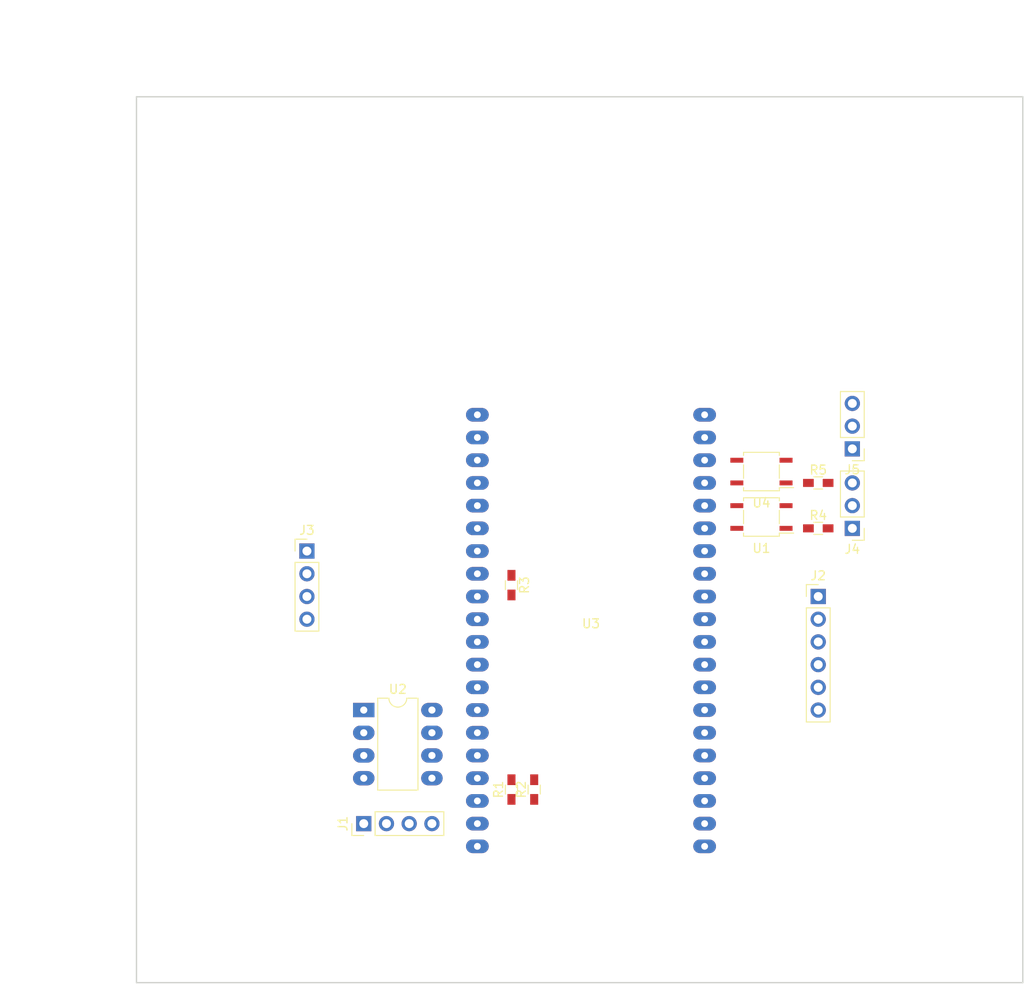
<source format=kicad_pcb>
(kicad_pcb (version 4) (host pcbnew 4.0.7)

  (general
    (links 44)
    (no_connects 44)
    (area 30.250001 25.24 144.855001 134.695001)
    (thickness 1.6)
    (drawings 6)
    (tracks 0)
    (zones 0)
    (modules 14)
    (nets 20)
  )

  (page A4)
  (layers
    (0 F.Cu signal)
    (31 B.Cu signal)
    (32 B.Adhes user)
    (33 F.Adhes user)
    (34 B.Paste user)
    (35 F.Paste user)
    (36 B.SilkS user)
    (37 F.SilkS user)
    (38 B.Mask user)
    (39 F.Mask user)
    (40 Dwgs.User user)
    (41 Cmts.User user)
    (42 Eco1.User user)
    (43 Eco2.User user)
    (44 Edge.Cuts user)
    (45 Margin user)
    (46 B.CrtYd user)
    (47 F.CrtYd user)
    (48 B.Fab user)
    (49 F.Fab user)
  )

  (setup
    (last_trace_width 0.25)
    (trace_clearance 0.2)
    (zone_clearance 0.508)
    (zone_45_only no)
    (trace_min 0.2)
    (segment_width 0.2)
    (edge_width 0.15)
    (via_size 0.6)
    (via_drill 0.4)
    (via_min_size 0.4)
    (via_min_drill 0.3)
    (uvia_size 0.3)
    (uvia_drill 0.1)
    (uvias_allowed no)
    (uvia_min_size 0.2)
    (uvia_min_drill 0.1)
    (pcb_text_width 0.3)
    (pcb_text_size 1.5 1.5)
    (mod_edge_width 0.15)
    (mod_text_size 1 1)
    (mod_text_width 0.15)
    (pad_size 1.524 1.524)
    (pad_drill 0.762)
    (pad_to_mask_clearance 0.2)
    (aux_axis_origin 0 0)
    (visible_elements 7FFFFFFF)
    (pcbplotparams
      (layerselection 0x00030_80000001)
      (usegerberextensions false)
      (excludeedgelayer true)
      (linewidth 0.100000)
      (plotframeref false)
      (viasonmask false)
      (mode 1)
      (useauxorigin false)
      (hpglpennumber 1)
      (hpglpenspeed 20)
      (hpglpendiameter 15)
      (hpglpenoverlay 2)
      (psnegative false)
      (psa4output false)
      (plotreference true)
      (plotvalue true)
      (plotinvisibletext false)
      (padsonsilk false)
      (subtractmaskfromsilk false)
      (outputformat 1)
      (mirror false)
      (drillshape 1)
      (scaleselection 1)
      (outputdirectory ""))
  )

  (net 0 "")
  (net 1 /EEPROM/SCL)
  (net 2 /EEPROM/SDA)
  (net 3 +5V)
  (net 4 GND)
  (net 5 +3V3)
  (net 6 "Net-(R3-Pad2)")
  (net 7 /MCU/MISO)
  (net 8 /MCU/SCK)
  (net 9 /MCU/MOSI)
  (net 10 /MCU/CS)
  (net 11 "Net-(J3-Pad2)")
  (net 12 "Net-(J4-Pad1)")
  (net 13 "Net-(J4-Pad2)")
  (net 14 "Net-(J5-Pad1)")
  (net 15 "Net-(J5-Pad2)")
  (net 16 "Net-(R4-Pad1)")
  (net 17 "Net-(R5-Pad1)")
  (net 18 /MCU/LOOP_I)
  (net 19 /MCU/LOOP_O)

  (net_class Default "This is the default net class."
    (clearance 0.2)
    (trace_width 0.25)
    (via_dia 0.6)
    (via_drill 0.4)
    (uvia_dia 0.3)
    (uvia_drill 0.1)
    (add_net +3V3)
    (add_net +5V)
    (add_net /EEPROM/SCL)
    (add_net /EEPROM/SDA)
    (add_net /MCU/CS)
    (add_net /MCU/LOOP_I)
    (add_net /MCU/LOOP_O)
    (add_net /MCU/MISO)
    (add_net /MCU/MOSI)
    (add_net /MCU/SCK)
    (add_net GND)
    (add_net "Net-(J3-Pad2)")
    (add_net "Net-(J4-Pad1)")
    (add_net "Net-(J4-Pad2)")
    (add_net "Net-(J5-Pad1)")
    (add_net "Net-(J5-Pad2)")
    (add_net "Net-(R3-Pad2)")
    (add_net "Net-(R4-Pad1)")
    (add_net "Net-(R5-Pad1)")
  )

  (module Pin_Headers:Pin_Header_Straight_1x04_Pitch2.54mm (layer F.Cu) (tedit 59650532) (tstamp 5A5F5645)
    (at 71.12 116.84 90)
    (descr "Through hole straight pin header, 1x04, 2.54mm pitch, single row")
    (tags "Through hole pin header THT 1x04 2.54mm single row")
    (path /5A5F2F24/5A5F4665)
    (fp_text reference J1 (at 0 -2.33 90) (layer F.SilkS)
      (effects (font (size 1 1) (thickness 0.15)))
    )
    (fp_text value LCD (at 0 9.95 90) (layer F.Fab)
      (effects (font (size 1 1) (thickness 0.15)))
    )
    (fp_line (start -0.635 -1.27) (end 1.27 -1.27) (layer F.Fab) (width 0.1))
    (fp_line (start 1.27 -1.27) (end 1.27 8.89) (layer F.Fab) (width 0.1))
    (fp_line (start 1.27 8.89) (end -1.27 8.89) (layer F.Fab) (width 0.1))
    (fp_line (start -1.27 8.89) (end -1.27 -0.635) (layer F.Fab) (width 0.1))
    (fp_line (start -1.27 -0.635) (end -0.635 -1.27) (layer F.Fab) (width 0.1))
    (fp_line (start -1.33 8.95) (end 1.33 8.95) (layer F.SilkS) (width 0.12))
    (fp_line (start -1.33 1.27) (end -1.33 8.95) (layer F.SilkS) (width 0.12))
    (fp_line (start 1.33 1.27) (end 1.33 8.95) (layer F.SilkS) (width 0.12))
    (fp_line (start -1.33 1.27) (end 1.33 1.27) (layer F.SilkS) (width 0.12))
    (fp_line (start -1.33 0) (end -1.33 -1.33) (layer F.SilkS) (width 0.12))
    (fp_line (start -1.33 -1.33) (end 0 -1.33) (layer F.SilkS) (width 0.12))
    (fp_line (start -1.8 -1.8) (end -1.8 9.4) (layer F.CrtYd) (width 0.05))
    (fp_line (start -1.8 9.4) (end 1.8 9.4) (layer F.CrtYd) (width 0.05))
    (fp_line (start 1.8 9.4) (end 1.8 -1.8) (layer F.CrtYd) (width 0.05))
    (fp_line (start 1.8 -1.8) (end -1.8 -1.8) (layer F.CrtYd) (width 0.05))
    (fp_text user %R (at 0 3.81 180) (layer F.Fab)
      (effects (font (size 1 1) (thickness 0.15)))
    )
    (pad 1 thru_hole rect (at 0 0 90) (size 1.7 1.7) (drill 1) (layers *.Cu *.Mask)
      (net 1 /EEPROM/SCL))
    (pad 2 thru_hole oval (at 0 2.54 90) (size 1.7 1.7) (drill 1) (layers *.Cu *.Mask)
      (net 2 /EEPROM/SDA))
    (pad 3 thru_hole oval (at 0 5.08 90) (size 1.7 1.7) (drill 1) (layers *.Cu *.Mask)
      (net 3 +5V))
    (pad 4 thru_hole oval (at 0 7.62 90) (size 1.7 1.7) (drill 1) (layers *.Cu *.Mask)
      (net 4 GND))
    (model ${KISYS3DMOD}/Pin_Headers.3dshapes/Pin_Header_Straight_1x04_Pitch2.54mm.wrl
      (at (xyz 0 0 0))
      (scale (xyz 1 1 1))
      (rotate (xyz 0 0 0))
    )
  )

  (module Pin_Headers:Pin_Header_Straight_1x06_Pitch2.54mm (layer F.Cu) (tedit 59650532) (tstamp 5A5F564F)
    (at 121.92 91.44)
    (descr "Through hole straight pin header, 1x06, 2.54mm pitch, single row")
    (tags "Through hole pin header THT 1x06 2.54mm single row")
    (path /5A5F2F24/5A5F3136)
    (fp_text reference J2 (at 0 -2.33) (layer F.SilkS)
      (effects (font (size 1 1) (thickness 0.15)))
    )
    (fp_text value "SD Card" (at 0 15.03) (layer F.Fab)
      (effects (font (size 1 1) (thickness 0.15)))
    )
    (fp_line (start -0.635 -1.27) (end 1.27 -1.27) (layer F.Fab) (width 0.1))
    (fp_line (start 1.27 -1.27) (end 1.27 13.97) (layer F.Fab) (width 0.1))
    (fp_line (start 1.27 13.97) (end -1.27 13.97) (layer F.Fab) (width 0.1))
    (fp_line (start -1.27 13.97) (end -1.27 -0.635) (layer F.Fab) (width 0.1))
    (fp_line (start -1.27 -0.635) (end -0.635 -1.27) (layer F.Fab) (width 0.1))
    (fp_line (start -1.33 14.03) (end 1.33 14.03) (layer F.SilkS) (width 0.12))
    (fp_line (start -1.33 1.27) (end -1.33 14.03) (layer F.SilkS) (width 0.12))
    (fp_line (start 1.33 1.27) (end 1.33 14.03) (layer F.SilkS) (width 0.12))
    (fp_line (start -1.33 1.27) (end 1.33 1.27) (layer F.SilkS) (width 0.12))
    (fp_line (start -1.33 0) (end -1.33 -1.33) (layer F.SilkS) (width 0.12))
    (fp_line (start -1.33 -1.33) (end 0 -1.33) (layer F.SilkS) (width 0.12))
    (fp_line (start -1.8 -1.8) (end -1.8 14.5) (layer F.CrtYd) (width 0.05))
    (fp_line (start -1.8 14.5) (end 1.8 14.5) (layer F.CrtYd) (width 0.05))
    (fp_line (start 1.8 14.5) (end 1.8 -1.8) (layer F.CrtYd) (width 0.05))
    (fp_line (start 1.8 -1.8) (end -1.8 -1.8) (layer F.CrtYd) (width 0.05))
    (fp_text user %R (at 0 6.35 90) (layer F.Fab)
      (effects (font (size 1 1) (thickness 0.15)))
    )
    (pad 1 thru_hole rect (at 0 0) (size 1.7 1.7) (drill 1) (layers *.Cu *.Mask)
      (net 4 GND))
    (pad 2 thru_hole oval (at 0 2.54) (size 1.7 1.7) (drill 1) (layers *.Cu *.Mask)
      (net 7 /MCU/MISO))
    (pad 3 thru_hole oval (at 0 5.08) (size 1.7 1.7) (drill 1) (layers *.Cu *.Mask)
      (net 8 /MCU/SCK))
    (pad 4 thru_hole oval (at 0 7.62) (size 1.7 1.7) (drill 1) (layers *.Cu *.Mask)
      (net 9 /MCU/MOSI))
    (pad 5 thru_hole oval (at 0 10.16) (size 1.7 1.7) (drill 1) (layers *.Cu *.Mask)
      (net 10 /MCU/CS))
    (pad 6 thru_hole oval (at 0 12.7) (size 1.7 1.7) (drill 1) (layers *.Cu *.Mask)
      (net 3 +5V))
    (model ${KISYS3DMOD}/Pin_Headers.3dshapes/Pin_Header_Straight_1x06_Pitch2.54mm.wrl
      (at (xyz 0 0 0))
      (scale (xyz 1 1 1))
      (rotate (xyz 0 0 0))
    )
  )

  (module Resistors_SMD:R_0603_HandSoldering (layer F.Cu) (tedit 5A5F56DE) (tstamp 5A5F5655)
    (at 87.63 113.03 90)
    (descr "Resistor SMD 0603, hand soldering")
    (tags "resistor 0603")
    (path /5A5F2F24/5A5F4570)
    (attr smd)
    (fp_text reference R1 (at 0 -1.45 90) (layer F.SilkS)
      (effects (font (size 1 1) (thickness 0.15)))
    )
    (fp_text value R_Small (at 0 1.55 90) (layer F.Fab)
      (effects (font (size 1 1) (thickness 0.15)))
    )
    (fp_text user %R (at 0 0 180) (layer F.Fab)
      (effects (font (size 0.4 0.4) (thickness 0.075)))
    )
    (fp_line (start -0.8 0.4) (end -0.8 -0.4) (layer F.Fab) (width 0.1))
    (fp_line (start 0.8 0.4) (end -0.8 0.4) (layer F.Fab) (width 0.1))
    (fp_line (start 0.8 -0.4) (end 0.8 0.4) (layer F.Fab) (width 0.1))
    (fp_line (start -0.8 -0.4) (end 0.8 -0.4) (layer F.Fab) (width 0.1))
    (fp_line (start 0.5 0.68) (end -0.5 0.68) (layer F.SilkS) (width 0.12))
    (fp_line (start -0.5 -0.68) (end 0.5 -0.68) (layer F.SilkS) (width 0.12))
    (fp_line (start -1.96 -0.7) (end 1.95 -0.7) (layer F.CrtYd) (width 0.05))
    (fp_line (start -1.96 -0.7) (end -1.96 0.7) (layer F.CrtYd) (width 0.05))
    (fp_line (start 1.95 0.7) (end 1.95 -0.7) (layer F.CrtYd) (width 0.05))
    (fp_line (start 1.95 0.7) (end -1.96 0.7) (layer F.CrtYd) (width 0.05))
    (pad 1 smd rect (at -1.1 0 90) (size 1.2 0.9) (layers F.Cu F.Paste F.Mask)
      (net 3 +5V))
    (pad 2 smd rect (at 1.1 0 90) (size 1.2 0.9) (layers F.Cu F.Paste F.Mask)
      (net 2 /EEPROM/SDA))
    (model ${KISYS3DMOD}/Resistors_SMD.3dshapes/R_0603.wrl
      (at (xyz 0 0 0))
      (scale (xyz 1 1 1))
      (rotate (xyz 0 0 0))
    )
  )

  (module Resistors_SMD:R_0603_HandSoldering (layer F.Cu) (tedit 58E0A804) (tstamp 5A5F565B)
    (at 90.17 113.03 90)
    (descr "Resistor SMD 0603, hand soldering")
    (tags "resistor 0603")
    (path /5A5F2F24/5A5F44ED)
    (attr smd)
    (fp_text reference R2 (at 0 -1.45 90) (layer F.SilkS)
      (effects (font (size 1 1) (thickness 0.15)))
    )
    (fp_text value R_Small (at 0 1.55 90) (layer F.Fab)
      (effects (font (size 1 1) (thickness 0.15)))
    )
    (fp_text user %R (at 0 0 90) (layer F.Fab)
      (effects (font (size 0.4 0.4) (thickness 0.075)))
    )
    (fp_line (start -0.8 0.4) (end -0.8 -0.4) (layer F.Fab) (width 0.1))
    (fp_line (start 0.8 0.4) (end -0.8 0.4) (layer F.Fab) (width 0.1))
    (fp_line (start 0.8 -0.4) (end 0.8 0.4) (layer F.Fab) (width 0.1))
    (fp_line (start -0.8 -0.4) (end 0.8 -0.4) (layer F.Fab) (width 0.1))
    (fp_line (start 0.5 0.68) (end -0.5 0.68) (layer F.SilkS) (width 0.12))
    (fp_line (start -0.5 -0.68) (end 0.5 -0.68) (layer F.SilkS) (width 0.12))
    (fp_line (start -1.96 -0.7) (end 1.95 -0.7) (layer F.CrtYd) (width 0.05))
    (fp_line (start -1.96 -0.7) (end -1.96 0.7) (layer F.CrtYd) (width 0.05))
    (fp_line (start 1.95 0.7) (end 1.95 -0.7) (layer F.CrtYd) (width 0.05))
    (fp_line (start 1.95 0.7) (end -1.96 0.7) (layer F.CrtYd) (width 0.05))
    (pad 1 smd rect (at -1.1 0 90) (size 1.2 0.9) (layers F.Cu F.Paste F.Mask)
      (net 3 +5V))
    (pad 2 smd rect (at 1.1 0 90) (size 1.2 0.9) (layers F.Cu F.Paste F.Mask)
      (net 1 /EEPROM/SCL))
    (model ${KISYS3DMOD}/Resistors_SMD.3dshapes/R_0603.wrl
      (at (xyz 0 0 0))
      (scale (xyz 1 1 1))
      (rotate (xyz 0 0 0))
    )
  )

  (module Resistors_SMD:R_0603_HandSoldering (layer F.Cu) (tedit 58E0A804) (tstamp 5A5F5661)
    (at 87.63 90.17 270)
    (descr "Resistor SMD 0603, hand soldering")
    (tags "resistor 0603")
    (path /5A5F2F24/5A5F3155)
    (attr smd)
    (fp_text reference R3 (at 0 -1.45 270) (layer F.SilkS)
      (effects (font (size 1 1) (thickness 0.15)))
    )
    (fp_text value R_Small (at 0 1.55 270) (layer F.Fab)
      (effects (font (size 1 1) (thickness 0.15)))
    )
    (fp_text user %R (at 0 0 270) (layer F.Fab)
      (effects (font (size 0.4 0.4) (thickness 0.075)))
    )
    (fp_line (start -0.8 0.4) (end -0.8 -0.4) (layer F.Fab) (width 0.1))
    (fp_line (start 0.8 0.4) (end -0.8 0.4) (layer F.Fab) (width 0.1))
    (fp_line (start 0.8 -0.4) (end 0.8 0.4) (layer F.Fab) (width 0.1))
    (fp_line (start -0.8 -0.4) (end 0.8 -0.4) (layer F.Fab) (width 0.1))
    (fp_line (start 0.5 0.68) (end -0.5 0.68) (layer F.SilkS) (width 0.12))
    (fp_line (start -0.5 -0.68) (end 0.5 -0.68) (layer F.SilkS) (width 0.12))
    (fp_line (start -1.96 -0.7) (end 1.95 -0.7) (layer F.CrtYd) (width 0.05))
    (fp_line (start -1.96 -0.7) (end -1.96 0.7) (layer F.CrtYd) (width 0.05))
    (fp_line (start 1.95 0.7) (end 1.95 -0.7) (layer F.CrtYd) (width 0.05))
    (fp_line (start 1.95 0.7) (end -1.96 0.7) (layer F.CrtYd) (width 0.05))
    (pad 1 smd rect (at -1.1 0 270) (size 1.2 0.9) (layers F.Cu F.Paste F.Mask)
      (net 5 +3V3))
    (pad 2 smd rect (at 1.1 0 270) (size 1.2 0.9) (layers F.Cu F.Paste F.Mask)
      (net 6 "Net-(R3-Pad2)"))
    (model ${KISYS3DMOD}/Resistors_SMD.3dshapes/R_0603.wrl
      (at (xyz 0 0 0))
      (scale (xyz 1 1 1))
      (rotate (xyz 0 0 0))
    )
  )

  (module Housings_DIP:DIP-8_W7.62mm_LongPads (layer F.Cu) (tedit 59C78D6B) (tstamp 5A5F566D)
    (at 71.12 104.14)
    (descr "8-lead though-hole mounted DIP package, row spacing 7.62 mm (300 mils), LongPads")
    (tags "THT DIP DIL PDIP 2.54mm 7.62mm 300mil LongPads")
    (path /5A5F2F18/5A5F322C)
    (fp_text reference U2 (at 3.81 -2.33) (layer F.SilkS)
      (effects (font (size 1 1) (thickness 0.15)))
    )
    (fp_text value 24LC512 (at 3.81 9.95) (layer F.Fab)
      (effects (font (size 1 1) (thickness 0.15)))
    )
    (fp_arc (start 3.81 -1.33) (end 2.81 -1.33) (angle -180) (layer F.SilkS) (width 0.12))
    (fp_line (start 1.635 -1.27) (end 6.985 -1.27) (layer F.Fab) (width 0.1))
    (fp_line (start 6.985 -1.27) (end 6.985 8.89) (layer F.Fab) (width 0.1))
    (fp_line (start 6.985 8.89) (end 0.635 8.89) (layer F.Fab) (width 0.1))
    (fp_line (start 0.635 8.89) (end 0.635 -0.27) (layer F.Fab) (width 0.1))
    (fp_line (start 0.635 -0.27) (end 1.635 -1.27) (layer F.Fab) (width 0.1))
    (fp_line (start 2.81 -1.33) (end 1.56 -1.33) (layer F.SilkS) (width 0.12))
    (fp_line (start 1.56 -1.33) (end 1.56 8.95) (layer F.SilkS) (width 0.12))
    (fp_line (start 1.56 8.95) (end 6.06 8.95) (layer F.SilkS) (width 0.12))
    (fp_line (start 6.06 8.95) (end 6.06 -1.33) (layer F.SilkS) (width 0.12))
    (fp_line (start 6.06 -1.33) (end 4.81 -1.33) (layer F.SilkS) (width 0.12))
    (fp_line (start -1.45 -1.55) (end -1.45 9.15) (layer F.CrtYd) (width 0.05))
    (fp_line (start -1.45 9.15) (end 9.1 9.15) (layer F.CrtYd) (width 0.05))
    (fp_line (start 9.1 9.15) (end 9.1 -1.55) (layer F.CrtYd) (width 0.05))
    (fp_line (start 9.1 -1.55) (end -1.45 -1.55) (layer F.CrtYd) (width 0.05))
    (fp_text user %R (at 3.81 3.81) (layer F.Fab)
      (effects (font (size 1 1) (thickness 0.15)))
    )
    (pad 1 thru_hole rect (at 0 0) (size 2.4 1.6) (drill 0.8) (layers *.Cu *.Mask)
      (net 4 GND))
    (pad 5 thru_hole oval (at 7.62 7.62) (size 2.4 1.6) (drill 0.8) (layers *.Cu *.Mask)
      (net 2 /EEPROM/SDA))
    (pad 2 thru_hole oval (at 0 2.54) (size 2.4 1.6) (drill 0.8) (layers *.Cu *.Mask)
      (net 4 GND))
    (pad 6 thru_hole oval (at 7.62 5.08) (size 2.4 1.6) (drill 0.8) (layers *.Cu *.Mask)
      (net 1 /EEPROM/SCL))
    (pad 3 thru_hole oval (at 0 5.08) (size 2.4 1.6) (drill 0.8) (layers *.Cu *.Mask)
      (net 4 GND))
    (pad 7 thru_hole oval (at 7.62 2.54) (size 2.4 1.6) (drill 0.8) (layers *.Cu *.Mask)
      (net 4 GND))
    (pad 4 thru_hole oval (at 0 7.62) (size 2.4 1.6) (drill 0.8) (layers *.Cu *.Mask)
      (net 4 GND))
    (pad 8 thru_hole oval (at 7.62 0) (size 2.4 1.6) (drill 0.8) (layers *.Cu *.Mask)
      (net 3 +5V))
    (model ${KISYS3DMOD}/Housings_DIP.3dshapes/DIP-8_W7.62mm.wrl
      (at (xyz 0 0 0))
      (scale (xyz 1 1 1))
      (rotate (xyz 0 0 0))
    )
  )

  (module bluepill:bluepill (layer F.Cu) (tedit 5A5F45FA) (tstamp 5A5F5699)
    (at 96.52 93.98)
    (tags BluePill)
    (path /5A5F2F24/5A5F312F)
    (fp_text reference U3 (at 0 0.5) (layer F.SilkS)
      (effects (font (size 1 1) (thickness 0.15)))
    )
    (fp_text value bluepill (at 0 -0.5) (layer F.Fab)
      (effects (font (size 1 1) (thickness 0.15)))
    )
    (pad 1 thru_hole oval (at -12.7 -22.86) (size 2.54 1.524) (drill 0.762) (layers *.Cu *.Mask))
    (pad 2 thru_hole oval (at -12.7 -20.32) (size 2.54 1.524) (drill 0.762) (layers *.Cu *.Mask))
    (pad 3 thru_hole oval (at -12.7 -17.78) (size 2.54 1.524) (drill 0.762) (layers *.Cu *.Mask))
    (pad 4 thru_hole oval (at -12.7 -15.24) (size 2.54 1.524) (drill 0.762) (layers *.Cu *.Mask))
    (pad 5 thru_hole oval (at -12.7 -12.7) (size 2.54 1.524) (drill 0.762) (layers *.Cu *.Mask)
      (net 11 "Net-(J3-Pad2)"))
    (pad 6 thru_hole oval (at -12.7 -10.16) (size 2.54 1.524) (drill 0.762) (layers *.Cu *.Mask)
      (net 11 "Net-(J3-Pad2)"))
    (pad 7 thru_hole oval (at -12.7 -7.62) (size 2.54 1.524) (drill 0.762) (layers *.Cu *.Mask))
    (pad 8 thru_hole oval (at -12.7 -5.08) (size 2.54 1.524) (drill 0.762) (layers *.Cu *.Mask))
    (pad 9 thru_hole oval (at -12.7 -2.54) (size 2.54 1.524) (drill 0.762) (layers *.Cu *.Mask)
      (net 6 "Net-(R3-Pad2)"))
    (pad 10 thru_hole oval (at -12.7 0) (size 2.54 1.524) (drill 0.762) (layers *.Cu *.Mask))
    (pad 11 thru_hole oval (at -12.7 2.54) (size 2.54 1.524) (drill 0.762) (layers *.Cu *.Mask))
    (pad 12 thru_hole oval (at -12.7 5.08) (size 2.54 1.524) (drill 0.762) (layers *.Cu *.Mask))
    (pad 13 thru_hole oval (at -12.7 7.62) (size 2.54 1.524) (drill 0.762) (layers *.Cu *.Mask))
    (pad 14 thru_hole oval (at -12.7 10.16) (size 2.54 1.524) (drill 0.762) (layers *.Cu *.Mask))
    (pad 15 thru_hole oval (at -12.7 12.7) (size 2.54 1.524) (drill 0.762) (layers *.Cu *.Mask))
    (pad 16 thru_hole oval (at -12.7 15.24) (size 2.54 1.524) (drill 0.762) (layers *.Cu *.Mask)
      (net 1 /EEPROM/SCL))
    (pad 17 thru_hole oval (at -12.7 17.78) (size 2.54 1.524) (drill 0.762) (layers *.Cu *.Mask)
      (net 2 /EEPROM/SDA))
    (pad 18 thru_hole oval (at -12.7 20.32) (size 2.54 1.524) (drill 0.762) (layers *.Cu *.Mask)
      (net 3 +5V))
    (pad 19 thru_hole oval (at -12.7 22.86) (size 2.54 1.524) (drill 0.762) (layers *.Cu *.Mask)
      (net 4 GND))
    (pad 20 thru_hole oval (at -12.7 25.4) (size 2.54 1.524) (drill 0.762) (layers *.Cu *.Mask)
      (net 5 +3V3))
    (pad 21 thru_hole oval (at 12.7 25.4) (size 2.54 1.524) (drill 0.762) (layers *.Cu *.Mask))
    (pad 22 thru_hole oval (at 12.7 22.86) (size 2.54 1.524) (drill 0.762) (layers *.Cu *.Mask))
    (pad 23 thru_hole oval (at 12.7 20.32) (size 2.54 1.524) (drill 0.762) (layers *.Cu *.Mask))
    (pad 24 thru_hole oval (at 12.7 17.78) (size 2.54 1.524) (drill 0.762) (layers *.Cu *.Mask))
    (pad 25 thru_hole oval (at 12.7 15.24) (size 2.54 1.524) (drill 0.762) (layers *.Cu *.Mask))
    (pad 26 thru_hole oval (at 12.7 12.7) (size 2.54 1.524) (drill 0.762) (layers *.Cu *.Mask))
    (pad 27 thru_hole oval (at 12.7 10.16) (size 2.54 1.524) (drill 0.762) (layers *.Cu *.Mask))
    (pad 28 thru_hole oval (at 12.7 7.62) (size 2.54 1.524) (drill 0.762) (layers *.Cu *.Mask))
    (pad 29 thru_hole oval (at 12.7 5.08) (size 2.54 1.524) (drill 0.762) (layers *.Cu *.Mask)
      (net 10 /MCU/CS))
    (pad 30 thru_hole oval (at 12.7 2.54) (size 2.54 1.524) (drill 0.762) (layers *.Cu *.Mask)
      (net 8 /MCU/SCK))
    (pad 31 thru_hole oval (at 12.7 0) (size 2.54 1.524) (drill 0.762) (layers *.Cu *.Mask)
      (net 7 /MCU/MISO))
    (pad 32 thru_hole oval (at 12.7 -2.54) (size 2.54 1.524) (drill 0.762) (layers *.Cu *.Mask)
      (net 9 /MCU/MOSI))
    (pad 33 thru_hole oval (at 12.7 -5.08) (size 2.54 1.524) (drill 0.762) (layers *.Cu *.Mask))
    (pad 34 thru_hole oval (at 12.7 -7.62) (size 2.54 1.524) (drill 0.762) (layers *.Cu *.Mask))
    (pad 35 thru_hole oval (at 12.7 -10.16) (size 2.54 1.524) (drill 0.762) (layers *.Cu *.Mask)
      (net 18 /MCU/LOOP_I))
    (pad 36 thru_hole oval (at 12.7 -12.7) (size 2.54 1.524) (drill 0.762) (layers *.Cu *.Mask)
      (net 19 /MCU/LOOP_O))
    (pad 37 thru_hole oval (at 12.7 -15.24) (size 2.54 1.524) (drill 0.762) (layers *.Cu *.Mask))
    (pad 38 thru_hole oval (at 12.7 -17.78) (size 2.54 1.524) (drill 0.762) (layers *.Cu *.Mask)
      (net 5 +3V3))
    (pad 39 thru_hole oval (at 12.7 -20.32) (size 2.54 1.524) (drill 0.762) (layers *.Cu *.Mask)
      (net 4 GND))
    (pad 40 thru_hole oval (at 12.7 -22.86) (size 2.54 1.524) (drill 0.762) (layers *.Cu *.Mask)
      (net 4 GND))
  )

  (module Pin_Headers:Pin_Header_Straight_1x04_Pitch2.54mm (layer F.Cu) (tedit 59650532) (tstamp 5A5F5EC7)
    (at 64.77 86.36)
    (descr "Through hole straight pin header, 1x04, 2.54mm pitch, single row")
    (tags "Through hole pin header THT 1x04 2.54mm single row")
    (path /5A5F2F24/5A5F5AD1)
    (fp_text reference J3 (at 0 -2.33) (layer F.SilkS)
      (effects (font (size 1 1) (thickness 0.15)))
    )
    (fp_text value Radio (at 0 9.95) (layer F.Fab)
      (effects (font (size 1 1) (thickness 0.15)))
    )
    (fp_line (start -0.635 -1.27) (end 1.27 -1.27) (layer F.Fab) (width 0.1))
    (fp_line (start 1.27 -1.27) (end 1.27 8.89) (layer F.Fab) (width 0.1))
    (fp_line (start 1.27 8.89) (end -1.27 8.89) (layer F.Fab) (width 0.1))
    (fp_line (start -1.27 8.89) (end -1.27 -0.635) (layer F.Fab) (width 0.1))
    (fp_line (start -1.27 -0.635) (end -0.635 -1.27) (layer F.Fab) (width 0.1))
    (fp_line (start -1.33 8.95) (end 1.33 8.95) (layer F.SilkS) (width 0.12))
    (fp_line (start -1.33 1.27) (end -1.33 8.95) (layer F.SilkS) (width 0.12))
    (fp_line (start 1.33 1.27) (end 1.33 8.95) (layer F.SilkS) (width 0.12))
    (fp_line (start -1.33 1.27) (end 1.33 1.27) (layer F.SilkS) (width 0.12))
    (fp_line (start -1.33 0) (end -1.33 -1.33) (layer F.SilkS) (width 0.12))
    (fp_line (start -1.33 -1.33) (end 0 -1.33) (layer F.SilkS) (width 0.12))
    (fp_line (start -1.8 -1.8) (end -1.8 9.4) (layer F.CrtYd) (width 0.05))
    (fp_line (start -1.8 9.4) (end 1.8 9.4) (layer F.CrtYd) (width 0.05))
    (fp_line (start 1.8 9.4) (end 1.8 -1.8) (layer F.CrtYd) (width 0.05))
    (fp_line (start 1.8 -1.8) (end -1.8 -1.8) (layer F.CrtYd) (width 0.05))
    (fp_text user %R (at 0 3.81 90) (layer F.Fab)
      (effects (font (size 1 1) (thickness 0.15)))
    )
    (pad 1 thru_hole rect (at 0 0) (size 1.7 1.7) (drill 1) (layers *.Cu *.Mask)
      (net 3 +5V))
    (pad 2 thru_hole oval (at 0 2.54) (size 1.7 1.7) (drill 1) (layers *.Cu *.Mask)
      (net 11 "Net-(J3-Pad2)"))
    (pad 3 thru_hole oval (at 0 5.08) (size 1.7 1.7) (drill 1) (layers *.Cu *.Mask)
      (net 11 "Net-(J3-Pad2)"))
    (pad 4 thru_hole oval (at 0 7.62) (size 1.7 1.7) (drill 1) (layers *.Cu *.Mask)
      (net 4 GND))
    (model ${KISYS3DMOD}/Pin_Headers.3dshapes/Pin_Header_Straight_1x04_Pitch2.54mm.wrl
      (at (xyz 0 0 0))
      (scale (xyz 1 1 1))
      (rotate (xyz 0 0 0))
    )
  )

  (module Resistors_SMD:R_0603_HandSoldering (layer F.Cu) (tedit 58E0A804) (tstamp 5A5F6DA8)
    (at 121.92 83.82)
    (descr "Resistor SMD 0603, hand soldering")
    (tags "resistor 0603")
    (path /5A5F2F24/5A5F78C3)
    (attr smd)
    (fp_text reference R4 (at 0 -1.45) (layer F.SilkS)
      (effects (font (size 1 1) (thickness 0.15)))
    )
    (fp_text value R_Small (at 0 1.55) (layer F.Fab)
      (effects (font (size 1 1) (thickness 0.15)))
    )
    (fp_text user %R (at 0 0) (layer F.Fab)
      (effects (font (size 0.4 0.4) (thickness 0.075)))
    )
    (fp_line (start -0.8 0.4) (end -0.8 -0.4) (layer F.Fab) (width 0.1))
    (fp_line (start 0.8 0.4) (end -0.8 0.4) (layer F.Fab) (width 0.1))
    (fp_line (start 0.8 -0.4) (end 0.8 0.4) (layer F.Fab) (width 0.1))
    (fp_line (start -0.8 -0.4) (end 0.8 -0.4) (layer F.Fab) (width 0.1))
    (fp_line (start 0.5 0.68) (end -0.5 0.68) (layer F.SilkS) (width 0.12))
    (fp_line (start -0.5 -0.68) (end 0.5 -0.68) (layer F.SilkS) (width 0.12))
    (fp_line (start -1.96 -0.7) (end 1.95 -0.7) (layer F.CrtYd) (width 0.05))
    (fp_line (start -1.96 -0.7) (end -1.96 0.7) (layer F.CrtYd) (width 0.05))
    (fp_line (start 1.95 0.7) (end 1.95 -0.7) (layer F.CrtYd) (width 0.05))
    (fp_line (start 1.95 0.7) (end -1.96 0.7) (layer F.CrtYd) (width 0.05))
    (pad 1 smd rect (at -1.1 0) (size 1.2 0.9) (layers F.Cu F.Paste F.Mask)
      (net 16 "Net-(R4-Pad1)"))
    (pad 2 smd rect (at 1.1 0) (size 1.2 0.9) (layers F.Cu F.Paste F.Mask)
      (net 12 "Net-(J4-Pad1)"))
    (model ${KISYS3DMOD}/Resistors_SMD.3dshapes/R_0603.wrl
      (at (xyz 0 0 0))
      (scale (xyz 1 1 1))
      (rotate (xyz 0 0 0))
    )
  )

  (module Resistors_SMD:R_0603_HandSoldering (layer F.Cu) (tedit 58E0A804) (tstamp 5A5F6DAE)
    (at 121.92 78.74)
    (descr "Resistor SMD 0603, hand soldering")
    (tags "resistor 0603")
    (path /5A5F2F24/5A5F791A)
    (attr smd)
    (fp_text reference R5 (at 0 -1.45) (layer F.SilkS)
      (effects (font (size 1 1) (thickness 0.15)))
    )
    (fp_text value R_Small (at 0 1.55) (layer F.Fab)
      (effects (font (size 1 1) (thickness 0.15)))
    )
    (fp_text user %R (at 0 0) (layer F.Fab)
      (effects (font (size 0.4 0.4) (thickness 0.075)))
    )
    (fp_line (start -0.8 0.4) (end -0.8 -0.4) (layer F.Fab) (width 0.1))
    (fp_line (start 0.8 0.4) (end -0.8 0.4) (layer F.Fab) (width 0.1))
    (fp_line (start 0.8 -0.4) (end 0.8 0.4) (layer F.Fab) (width 0.1))
    (fp_line (start -0.8 -0.4) (end 0.8 -0.4) (layer F.Fab) (width 0.1))
    (fp_line (start 0.5 0.68) (end -0.5 0.68) (layer F.SilkS) (width 0.12))
    (fp_line (start -0.5 -0.68) (end 0.5 -0.68) (layer F.SilkS) (width 0.12))
    (fp_line (start -1.96 -0.7) (end 1.95 -0.7) (layer F.CrtYd) (width 0.05))
    (fp_line (start -1.96 -0.7) (end -1.96 0.7) (layer F.CrtYd) (width 0.05))
    (fp_line (start 1.95 0.7) (end 1.95 -0.7) (layer F.CrtYd) (width 0.05))
    (fp_line (start 1.95 0.7) (end -1.96 0.7) (layer F.CrtYd) (width 0.05))
    (pad 1 smd rect (at -1.1 0) (size 1.2 0.9) (layers F.Cu F.Paste F.Mask)
      (net 17 "Net-(R5-Pad1)"))
    (pad 2 smd rect (at 1.1 0) (size 1.2 0.9) (layers F.Cu F.Paste F.Mask)
      (net 14 "Net-(J5-Pad1)"))
    (model ${KISYS3DMOD}/Resistors_SMD.3dshapes/R_0603.wrl
      (at (xyz 0 0 0))
      (scale (xyz 1 1 1))
      (rotate (xyz 0 0 0))
    )
  )

  (module Housings_SSOP:SOP-4_3.8x4.1mm_Pitch2.54mm (layer F.Cu) (tedit 59597039) (tstamp 5A5F6DB6)
    (at 115.57 82.55 180)
    (descr "Specialized footprint for IXYS CPC1017N solid state relay similar to SO-4 http://www.ixysic.com/home/pdfs.nsf/www/CPC1017N.pdf/$file/CPC1017N.pdf")
    (tags "SO SOIC 2.54")
    (path /5A5F2F24/5A5F7667)
    (attr smd)
    (fp_text reference U1 (at 0 -3.5 180) (layer F.SilkS)
      (effects (font (size 1 1) (thickness 0.15)))
    )
    (fp_text value PC817 (at 0 3.5 180) (layer F.Fab)
      (effects (font (size 1 1) (thickness 0.15)))
    )
    (fp_line (start -0.905 -2.0445) (end 1.905 -2.0445) (layer F.Fab) (width 0.1))
    (fp_text user %R (at 0 0 180) (layer F.Fab)
      (effects (font (size 0.8 0.8) (thickness 0.12)))
    )
    (fp_line (start 2 2.15) (end 2 1.8) (layer F.SilkS) (width 0.12))
    (fp_line (start -2 2.15) (end 2 2.15) (layer F.SilkS) (width 0.12))
    (fp_line (start -2 1.8) (end -2 2.15) (layer F.SilkS) (width 0.12))
    (fp_line (start -2 -1.8) (end -3.6 -1.8) (layer F.SilkS) (width 0.12))
    (fp_line (start 2 -2.15) (end 2 -1.8) (layer F.SilkS) (width 0.12))
    (fp_line (start -2 -2.15) (end 2 -2.15) (layer F.SilkS) (width 0.12))
    (fp_line (start -2 -1.8) (end -2 -2.15) (layer F.SilkS) (width 0.12))
    (fp_line (start -3.73 -2.3) (end 3.73 -2.3) (layer F.CrtYd) (width 0.05))
    (fp_line (start -3.73 2.3) (end -3.73 -2.3) (layer F.CrtYd) (width 0.05))
    (fp_line (start 3.73 2.3) (end -3.73 2.3) (layer F.CrtYd) (width 0.05))
    (fp_line (start 3.73 -2.3) (end 3.73 2.3) (layer F.CrtYd) (width 0.05))
    (fp_line (start -1.905 2.0445) (end 1.905 2.0445) (layer F.Fab) (width 0.1))
    (fp_line (start 1.905 2.0445) (end 1.905 -2.0445) (layer F.Fab) (width 0.1))
    (fp_line (start -1.905 2.0445) (end -1.905 -1.0445) (layer F.Fab) (width 0.1))
    (fp_line (start -2 0.75) (end -2 -0.75) (layer F.SilkS) (width 0.12))
    (fp_line (start 2 0.75) (end 2 -0.75) (layer F.SilkS) (width 0.12))
    (fp_line (start -1.905 -1.0445) (end -0.905 -2.0445) (layer F.Fab) (width 0.1))
    (pad 1 smd rect (at -2.75 -1.27 180) (size 1.45 0.55) (layers F.Cu F.Paste F.Mask)
      (net 16 "Net-(R4-Pad1)"))
    (pad 2 smd rect (at -2.75 1.27 180) (size 1.45 0.55) (layers F.Cu F.Paste F.Mask)
      (net 13 "Net-(J4-Pad2)"))
    (pad 3 smd rect (at 2.75 1.27 180) (size 1.45 0.55) (layers F.Cu F.Paste F.Mask)
      (net 18 /MCU/LOOP_I))
    (pad 4 smd rect (at 2.75 -1.27 180) (size 1.45 0.55) (layers F.Cu F.Paste F.Mask)
      (net 5 +3V3))
    (model ${KISYS3DMOD}/Housings_SSOP.3dshapes/SOP-4_3.8x4.1mm_Pitch2.54mm.wrl
      (at (xyz 0 0 0))
      (scale (xyz 1 1 1))
      (rotate (xyz 0 0 0))
    )
  )

  (module Housings_SSOP:SOP-4_3.8x4.1mm_Pitch2.54mm (layer F.Cu) (tedit 59597039) (tstamp 5A5F6DBE)
    (at 115.57 77.47 180)
    (descr "Specialized footprint for IXYS CPC1017N solid state relay similar to SO-4 http://www.ixysic.com/home/pdfs.nsf/www/CPC1017N.pdf/$file/CPC1017N.pdf")
    (tags "SO SOIC 2.54")
    (path /5A5F2F24/5A5F7866)
    (attr smd)
    (fp_text reference U4 (at 0 -3.5 180) (layer F.SilkS)
      (effects (font (size 1 1) (thickness 0.15)))
    )
    (fp_text value PC817 (at 0 3.5 180) (layer F.Fab)
      (effects (font (size 1 1) (thickness 0.15)))
    )
    (fp_line (start -0.905 -2.0445) (end 1.905 -2.0445) (layer F.Fab) (width 0.1))
    (fp_text user %R (at 0 0 180) (layer F.Fab)
      (effects (font (size 0.8 0.8) (thickness 0.12)))
    )
    (fp_line (start 2 2.15) (end 2 1.8) (layer F.SilkS) (width 0.12))
    (fp_line (start -2 2.15) (end 2 2.15) (layer F.SilkS) (width 0.12))
    (fp_line (start -2 1.8) (end -2 2.15) (layer F.SilkS) (width 0.12))
    (fp_line (start -2 -1.8) (end -3.6 -1.8) (layer F.SilkS) (width 0.12))
    (fp_line (start 2 -2.15) (end 2 -1.8) (layer F.SilkS) (width 0.12))
    (fp_line (start -2 -2.15) (end 2 -2.15) (layer F.SilkS) (width 0.12))
    (fp_line (start -2 -1.8) (end -2 -2.15) (layer F.SilkS) (width 0.12))
    (fp_line (start -3.73 -2.3) (end 3.73 -2.3) (layer F.CrtYd) (width 0.05))
    (fp_line (start -3.73 2.3) (end -3.73 -2.3) (layer F.CrtYd) (width 0.05))
    (fp_line (start 3.73 2.3) (end -3.73 2.3) (layer F.CrtYd) (width 0.05))
    (fp_line (start 3.73 -2.3) (end 3.73 2.3) (layer F.CrtYd) (width 0.05))
    (fp_line (start -1.905 2.0445) (end 1.905 2.0445) (layer F.Fab) (width 0.1))
    (fp_line (start 1.905 2.0445) (end 1.905 -2.0445) (layer F.Fab) (width 0.1))
    (fp_line (start -1.905 2.0445) (end -1.905 -1.0445) (layer F.Fab) (width 0.1))
    (fp_line (start -2 0.75) (end -2 -0.75) (layer F.SilkS) (width 0.12))
    (fp_line (start 2 0.75) (end 2 -0.75) (layer F.SilkS) (width 0.12))
    (fp_line (start -1.905 -1.0445) (end -0.905 -2.0445) (layer F.Fab) (width 0.1))
    (pad 1 smd rect (at -2.75 -1.27 180) (size 1.45 0.55) (layers F.Cu F.Paste F.Mask)
      (net 17 "Net-(R5-Pad1)"))
    (pad 2 smd rect (at -2.75 1.27 180) (size 1.45 0.55) (layers F.Cu F.Paste F.Mask)
      (net 15 "Net-(J5-Pad2)"))
    (pad 3 smd rect (at 2.75 1.27 180) (size 1.45 0.55) (layers F.Cu F.Paste F.Mask)
      (net 19 /MCU/LOOP_O))
    (pad 4 smd rect (at 2.75 -1.27 180) (size 1.45 0.55) (layers F.Cu F.Paste F.Mask)
      (net 5 +3V3))
    (model ${KISYS3DMOD}/Housings_SSOP.3dshapes/SOP-4_3.8x4.1mm_Pitch2.54mm.wrl
      (at (xyz 0 0 0))
      (scale (xyz 1 1 1))
      (rotate (xyz 0 0 0))
    )
  )

  (module Pin_Headers:Pin_Header_Straight_1x03_Pitch2.54mm (layer F.Cu) (tedit 59650532) (tstamp 5A5F6E7B)
    (at 125.73 83.82 180)
    (descr "Through hole straight pin header, 1x03, 2.54mm pitch, single row")
    (tags "Through hole pin header THT 1x03 2.54mm single row")
    (path /5A5F2F24/5A5F6D49)
    (fp_text reference J4 (at 0 -2.33 180) (layer F.SilkS)
      (effects (font (size 1 1) (thickness 0.15)))
    )
    (fp_text value Inside (at 0 7.41 180) (layer F.Fab)
      (effects (font (size 1 1) (thickness 0.15)))
    )
    (fp_line (start -0.635 -1.27) (end 1.27 -1.27) (layer F.Fab) (width 0.1))
    (fp_line (start 1.27 -1.27) (end 1.27 6.35) (layer F.Fab) (width 0.1))
    (fp_line (start 1.27 6.35) (end -1.27 6.35) (layer F.Fab) (width 0.1))
    (fp_line (start -1.27 6.35) (end -1.27 -0.635) (layer F.Fab) (width 0.1))
    (fp_line (start -1.27 -0.635) (end -0.635 -1.27) (layer F.Fab) (width 0.1))
    (fp_line (start -1.33 6.41) (end 1.33 6.41) (layer F.SilkS) (width 0.12))
    (fp_line (start -1.33 1.27) (end -1.33 6.41) (layer F.SilkS) (width 0.12))
    (fp_line (start 1.33 1.27) (end 1.33 6.41) (layer F.SilkS) (width 0.12))
    (fp_line (start -1.33 1.27) (end 1.33 1.27) (layer F.SilkS) (width 0.12))
    (fp_line (start -1.33 0) (end -1.33 -1.33) (layer F.SilkS) (width 0.12))
    (fp_line (start -1.33 -1.33) (end 0 -1.33) (layer F.SilkS) (width 0.12))
    (fp_line (start -1.8 -1.8) (end -1.8 6.85) (layer F.CrtYd) (width 0.05))
    (fp_line (start -1.8 6.85) (end 1.8 6.85) (layer F.CrtYd) (width 0.05))
    (fp_line (start 1.8 6.85) (end 1.8 -1.8) (layer F.CrtYd) (width 0.05))
    (fp_line (start 1.8 -1.8) (end -1.8 -1.8) (layer F.CrtYd) (width 0.05))
    (fp_text user %R (at 0 2.54 270) (layer F.Fab)
      (effects (font (size 1 1) (thickness 0.15)))
    )
    (pad 1 thru_hole rect (at 0 0 180) (size 1.7 1.7) (drill 1) (layers *.Cu *.Mask)
      (net 12 "Net-(J4-Pad1)"))
    (pad 2 thru_hole oval (at 0 2.54 180) (size 1.7 1.7) (drill 1) (layers *.Cu *.Mask)
      (net 13 "Net-(J4-Pad2)"))
    (pad 3 thru_hole oval (at 0 5.08 180) (size 1.7 1.7) (drill 1) (layers *.Cu *.Mask)
      (net 4 GND))
    (model ${KISYS3DMOD}/Pin_Headers.3dshapes/Pin_Header_Straight_1x03_Pitch2.54mm.wrl
      (at (xyz 0 0 0))
      (scale (xyz 1 1 1))
      (rotate (xyz 0 0 0))
    )
  )

  (module Pin_Headers:Pin_Header_Straight_1x03_Pitch2.54mm (layer F.Cu) (tedit 59650532) (tstamp 5A5F6E82)
    (at 125.73 74.93 180)
    (descr "Through hole straight pin header, 1x03, 2.54mm pitch, single row")
    (tags "Through hole pin header THT 1x03 2.54mm single row")
    (path /5A5F2F24/5A5F6EEE)
    (fp_text reference J5 (at 0 -2.33 180) (layer F.SilkS)
      (effects (font (size 1 1) (thickness 0.15)))
    )
    (fp_text value Outside (at 0 7.41 180) (layer F.Fab)
      (effects (font (size 1 1) (thickness 0.15)))
    )
    (fp_line (start -0.635 -1.27) (end 1.27 -1.27) (layer F.Fab) (width 0.1))
    (fp_line (start 1.27 -1.27) (end 1.27 6.35) (layer F.Fab) (width 0.1))
    (fp_line (start 1.27 6.35) (end -1.27 6.35) (layer F.Fab) (width 0.1))
    (fp_line (start -1.27 6.35) (end -1.27 -0.635) (layer F.Fab) (width 0.1))
    (fp_line (start -1.27 -0.635) (end -0.635 -1.27) (layer F.Fab) (width 0.1))
    (fp_line (start -1.33 6.41) (end 1.33 6.41) (layer F.SilkS) (width 0.12))
    (fp_line (start -1.33 1.27) (end -1.33 6.41) (layer F.SilkS) (width 0.12))
    (fp_line (start 1.33 1.27) (end 1.33 6.41) (layer F.SilkS) (width 0.12))
    (fp_line (start -1.33 1.27) (end 1.33 1.27) (layer F.SilkS) (width 0.12))
    (fp_line (start -1.33 0) (end -1.33 -1.33) (layer F.SilkS) (width 0.12))
    (fp_line (start -1.33 -1.33) (end 0 -1.33) (layer F.SilkS) (width 0.12))
    (fp_line (start -1.8 -1.8) (end -1.8 6.85) (layer F.CrtYd) (width 0.05))
    (fp_line (start -1.8 6.85) (end 1.8 6.85) (layer F.CrtYd) (width 0.05))
    (fp_line (start 1.8 6.85) (end 1.8 -1.8) (layer F.CrtYd) (width 0.05))
    (fp_line (start 1.8 -1.8) (end -1.8 -1.8) (layer F.CrtYd) (width 0.05))
    (fp_text user %R (at 0 2.54 270) (layer F.Fab)
      (effects (font (size 1 1) (thickness 0.15)))
    )
    (pad 1 thru_hole rect (at 0 0 180) (size 1.7 1.7) (drill 1) (layers *.Cu *.Mask)
      (net 14 "Net-(J5-Pad1)"))
    (pad 2 thru_hole oval (at 0 2.54 180) (size 1.7 1.7) (drill 1) (layers *.Cu *.Mask)
      (net 15 "Net-(J5-Pad2)"))
    (pad 3 thru_hole oval (at 0 5.08 180) (size 1.7 1.7) (drill 1) (layers *.Cu *.Mask)
      (net 4 GND))
    (model ${KISYS3DMOD}/Pin_Headers.3dshapes/Pin_Header_Straight_1x03_Pitch2.54mm.wrl
      (at (xyz 0 0 0))
      (scale (xyz 1 1 1))
      (rotate (xyz 0 0 0))
    )
  )

  (gr_line (start 144.78 35.56) (end 45.72 35.56) (angle 90) (layer Edge.Cuts) (width 0.15))
  (gr_line (start 144.78 134.62) (end 144.78 35.56) (angle 90) (layer Edge.Cuts) (width 0.15))
  (gr_line (start 45.72 134.62) (end 144.78 134.62) (angle 90) (layer Edge.Cuts) (width 0.15))
  (gr_line (start 45.72 35.56) (end 45.72 134.62) (angle 90) (layer Edge.Cuts) (width 0.15))
  (dimension 99.06 (width 0.3) (layer Dwgs.User)
    (gr_text "99.060 mm" (at 95.25 26.59) (layer Dwgs.User)
      (effects (font (size 1.5 1.5) (thickness 0.3)))
    )
    (feature1 (pts (xy 144.78 35.56) (xy 144.78 25.24)))
    (feature2 (pts (xy 45.72 35.56) (xy 45.72 25.24)))
    (crossbar (pts (xy 45.72 27.94) (xy 144.78 27.94)))
    (arrow1a (pts (xy 144.78 27.94) (xy 143.653496 28.526421)))
    (arrow1b (pts (xy 144.78 27.94) (xy 143.653496 27.353579)))
    (arrow2a (pts (xy 45.72 27.94) (xy 46.846504 28.526421)))
    (arrow2b (pts (xy 45.72 27.94) (xy 46.846504 27.353579)))
  )
  (dimension 99.06 (width 0.3) (layer Dwgs.User)
    (gr_text "99.060 mm" (at 36.75 85.09 270) (layer Dwgs.User)
      (effects (font (size 1.5 1.5) (thickness 0.3)))
    )
    (feature1 (pts (xy 45.72 134.62) (xy 35.4 134.62)))
    (feature2 (pts (xy 45.72 35.56) (xy 35.4 35.56)))
    (crossbar (pts (xy 38.1 35.56) (xy 38.1 134.62)))
    (arrow1a (pts (xy 38.1 134.62) (xy 37.513579 133.493496)))
    (arrow1b (pts (xy 38.1 134.62) (xy 38.686421 133.493496)))
    (arrow2a (pts (xy 38.1 35.56) (xy 37.513579 36.686504)))
    (arrow2b (pts (xy 38.1 35.56) (xy 38.686421 36.686504)))
  )

)

</source>
